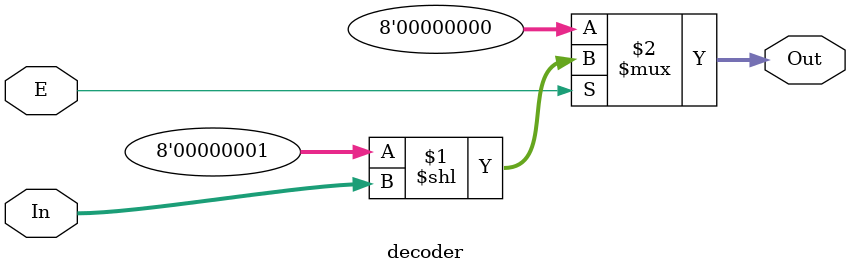
<source format=v>
module decoder(E , In , Out);
input E;
input [2:0] In;
output [7:0] Out;
wire [7:0] Out;
assign Out = E ? (8'b1 << In) : 8'h0;
endmodule
// module decoder_3_8(E , In , Out);
//     input E; 
//     input [2:0] In;
//     output [7:0] Out; 
//     wire E1 , G1 , G2;
//     not u1(E1 , In[2]); 
//     and a1(G1 , E , In[2]);
//     and a2(G2 , E , E1);
//     decoder_2_4 block1(G1 , In[1 : 0] , Out[7 : 4]);
//     decoder_2_4 block2(G2 , In[1 : 0] , Out[3 : 0]);
// endmodule

// module decoder(E , In , Out);
// input E;
// input [2:0] In;
// output [7:0] Out;
// wire [7:0] Out;
// assign Out = E ? (8'b1 << In) : 8'h0;
// endmodule

// module decoder_2_4(E , In , Out);
// input E; 
// input [1:0] In;
// output [3:0]Out; 
// wire [3:0] Out;
// assign Out = E ? 1'b1 << In : 4'h0;
// endmodule

// module clkgen(clka, clkb, clka_out, clkb_out);
// input clka, clkb;
// output clka_out, clkb_out;
// reg clka_out, clkb_out;
//     always @(clka) begin 
//         clka_out = clka;
//     end
//     always @(clkb) begin
//         clkb_out = clkb;
//     end
// endmodule
</source>
